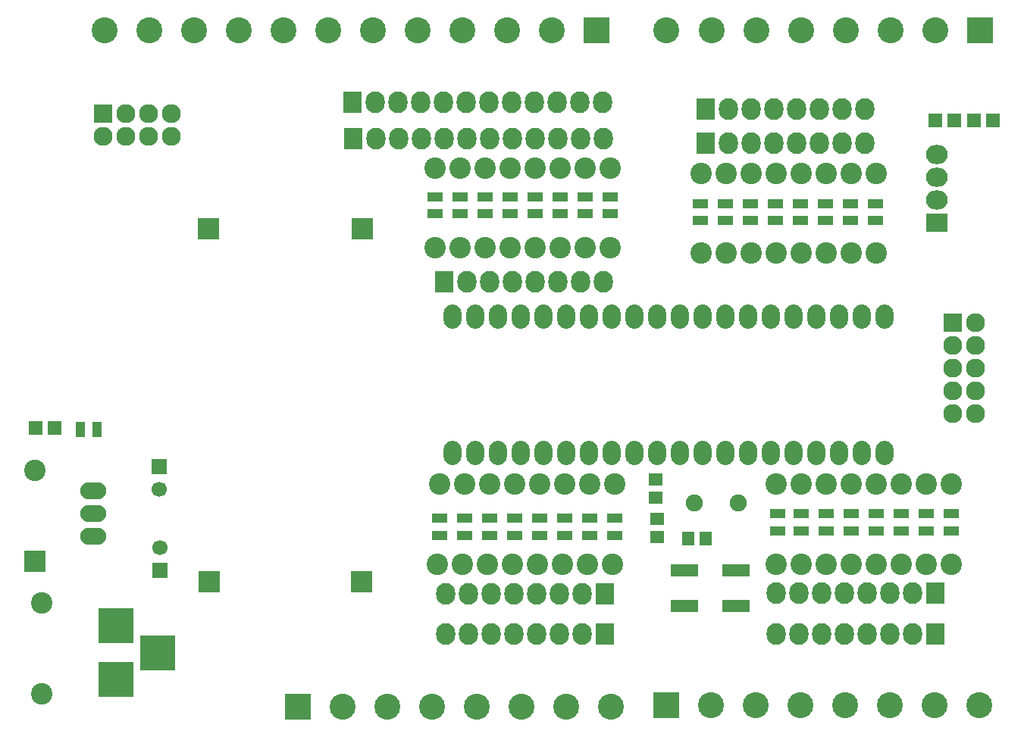
<source format=gbr>
G04 #@! TF.FileFunction,Soldermask,Top*
%FSLAX46Y46*%
G04 Gerber Fmt 4.6, Leading zero omitted, Abs format (unit mm)*
G04 Created by KiCad (PCBNEW 201611211049+7371~55~ubuntu16.10.1-product) date Tue Dec 27 15:06:12 2016*
%MOMM*%
%LPD*%
G01*
G04 APERTURE LIST*
%ADD10C,0.100000*%
%ADD11R,1.700000X1.700000*%
%ADD12C,1.700000*%
%ADD13R,3.900120X3.900120*%
%ADD14R,2.127200X2.127200*%
%ADD15O,2.127200X2.127200*%
%ADD16C,2.398980*%
%ADD17R,2.398980X2.398980*%
%ADD18O,2.000000X2.700000*%
%ADD19R,3.150000X1.400000*%
%ADD20O,2.899360X1.901140*%
%ADD21C,1.901140*%
%ADD22R,1.650000X1.400000*%
%ADD23R,1.400000X1.650000*%
%ADD24R,1.598880X1.598880*%
%ADD25R,1.100000X1.700000*%
%ADD26R,1.700000X1.100000*%
%ADD27C,2.900000*%
%ADD28R,2.900000X2.900000*%
%ADD29R,2.127200X2.432000*%
%ADD30O,2.127200X2.432000*%
%ADD31R,2.432000X2.127200*%
%ADD32O,2.432000X2.127200*%
G04 APERTURE END LIST*
D10*
D11*
X109474000Y-105156000D03*
D12*
X109474000Y-102656000D03*
D11*
X109347000Y-93599000D03*
D12*
X109347000Y-96099000D03*
D13*
X104521000Y-111401860D03*
X104521000Y-117401340D03*
X109220000Y-114401600D03*
D14*
X197993000Y-77470000D03*
D15*
X200533000Y-77470000D03*
X197993000Y-80010000D03*
X200533000Y-80010000D03*
X197993000Y-82550000D03*
X200533000Y-82550000D03*
X197993000Y-85090000D03*
X200533000Y-85090000D03*
X197993000Y-87630000D03*
X200533000Y-87630000D03*
D16*
X95501460Y-93980000D03*
D17*
X95501460Y-104140000D03*
D16*
X96266000Y-118999000D03*
X96266000Y-108839000D03*
D18*
X142113000Y-92075000D03*
X144653000Y-92075000D03*
X147193000Y-92075000D03*
X149733000Y-92075000D03*
X152273000Y-92075000D03*
X154813000Y-92075000D03*
X157353000Y-92075000D03*
X159893000Y-92075000D03*
X162433000Y-92075000D03*
X164973000Y-92075000D03*
X167513000Y-92075000D03*
X170053000Y-92075000D03*
X172593000Y-92075000D03*
X175133000Y-92075000D03*
X177673000Y-92075000D03*
X180213000Y-92075000D03*
X182753000Y-92075000D03*
X185293000Y-92075000D03*
X187833000Y-92075000D03*
X190373000Y-92075000D03*
X190373000Y-76835000D03*
X187833000Y-76835000D03*
X185293000Y-76835000D03*
X182753000Y-76835000D03*
X180213000Y-76835000D03*
X177673000Y-76835000D03*
X175133000Y-76835000D03*
X172593000Y-76835000D03*
X170053000Y-76835000D03*
X167513000Y-76835000D03*
X164973000Y-76835000D03*
X162433000Y-76835000D03*
X159893000Y-76835000D03*
X157353000Y-76835000D03*
X154813000Y-76835000D03*
X152273000Y-76835000D03*
X149733000Y-76835000D03*
X147193000Y-76835000D03*
X144653000Y-76835000D03*
X142113000Y-76835000D03*
D17*
X114919000Y-106489500D03*
X131969000Y-106489500D03*
X114871500Y-66992500D03*
X132016500Y-66992500D03*
D19*
X168067000Y-105188000D03*
X173817000Y-105188000D03*
X173817000Y-109188000D03*
X168067000Y-109188000D03*
D20*
X101981000Y-98806000D03*
X101981000Y-101346000D03*
X101981000Y-96266000D03*
D21*
X169136060Y-97663000D03*
X174017940Y-97663000D03*
D22*
X164973000Y-101457000D03*
X164973000Y-99457000D03*
D23*
X168418000Y-101600000D03*
X170418000Y-101600000D03*
D22*
X164846000Y-95012000D03*
X164846000Y-97012000D03*
D24*
X95597980Y-89281000D03*
X97696020Y-89281000D03*
D14*
X103124000Y-54102000D03*
D15*
X103124000Y-56642000D03*
X105664000Y-54102000D03*
X105664000Y-56642000D03*
X108204000Y-54102000D03*
X108204000Y-56642000D03*
X110744000Y-54102000D03*
X110744000Y-56642000D03*
D25*
X100523000Y-89408000D03*
X102423000Y-89408000D03*
D26*
X178435000Y-98872000D03*
X178435000Y-100772000D03*
X181102000Y-98872000D03*
X181102000Y-100772000D03*
X183896000Y-98872000D03*
X183896000Y-100772000D03*
X186690000Y-98872000D03*
X186690000Y-100772000D03*
X189484000Y-98872000D03*
X189484000Y-100772000D03*
X192278000Y-98872000D03*
X192278000Y-100772000D03*
X195072000Y-98872000D03*
X195072000Y-100772000D03*
X197866000Y-98872000D03*
X197866000Y-100772000D03*
X140208000Y-65339000D03*
X140208000Y-63439000D03*
X143002000Y-65339000D03*
X143002000Y-63439000D03*
X145796000Y-65339000D03*
X145796000Y-63439000D03*
X148590000Y-65339000D03*
X148590000Y-63439000D03*
X151384000Y-65339000D03*
X151384000Y-63439000D03*
X154178000Y-65339000D03*
X154178000Y-63439000D03*
X156972000Y-65339000D03*
X156972000Y-63439000D03*
X159766000Y-65339000D03*
X159766000Y-63439000D03*
X140716000Y-99380000D03*
X140716000Y-101280000D03*
X143510000Y-99380000D03*
X143510000Y-101280000D03*
X146304000Y-99380000D03*
X146304000Y-101280000D03*
X149098000Y-99380000D03*
X149098000Y-101280000D03*
X151892000Y-99380000D03*
X151892000Y-101280000D03*
X154686000Y-99380000D03*
X154686000Y-101280000D03*
X157480000Y-99380000D03*
X157480000Y-101280000D03*
X160274000Y-99380000D03*
X160274000Y-101280000D03*
X169799000Y-66101000D03*
X169799000Y-64201000D03*
X189357000Y-66101000D03*
X189357000Y-64201000D03*
X186563000Y-66101000D03*
X186563000Y-64201000D03*
X183769000Y-66101000D03*
X183769000Y-64201000D03*
X180975000Y-66101000D03*
X180975000Y-64201000D03*
X178181000Y-66101000D03*
X178181000Y-64201000D03*
X175387000Y-66101000D03*
X175387000Y-64201000D03*
X172593000Y-66101000D03*
X172593000Y-64201000D03*
D16*
X140208000Y-69088000D03*
X143002000Y-69088000D03*
X140716000Y-95504000D03*
X189484000Y-69723000D03*
X145796000Y-69088000D03*
X143510000Y-95504000D03*
X186690000Y-69723000D03*
X178308000Y-95504000D03*
X148590000Y-69088000D03*
X146304000Y-95504000D03*
X183896000Y-69723000D03*
X181102000Y-95504000D03*
X151384000Y-69088000D03*
X149098000Y-95504000D03*
X181102000Y-69723000D03*
X183896000Y-95504000D03*
X154178000Y-69088000D03*
X151892000Y-95504000D03*
X178308000Y-69723000D03*
X186690000Y-95504000D03*
X156972000Y-69088000D03*
X154686000Y-95504000D03*
X175514000Y-69723000D03*
X189484000Y-95504000D03*
X159766000Y-69088000D03*
X157480000Y-95504000D03*
X172720000Y-69723000D03*
X192278000Y-95504000D03*
X160274000Y-95504000D03*
X169926000Y-69723000D03*
X195072000Y-95504000D03*
X197866000Y-95504000D03*
X140208000Y-60198000D03*
X140462000Y-104521000D03*
X189484000Y-60833000D03*
X178308000Y-104521000D03*
X143002000Y-60198000D03*
X143256000Y-104521000D03*
X186690000Y-60833000D03*
X181102000Y-104521000D03*
X145796000Y-60198000D03*
X146050000Y-104521000D03*
X183896000Y-60833000D03*
X183896000Y-104521000D03*
X148590000Y-60198000D03*
X148844000Y-104521000D03*
X181102000Y-60833000D03*
X186690000Y-104521000D03*
X151384000Y-60198000D03*
X151638000Y-104521000D03*
X178308000Y-60833000D03*
X189484000Y-104521000D03*
X154178000Y-60198000D03*
X154432000Y-104521000D03*
X175514000Y-60833000D03*
X192278000Y-104521000D03*
X156972000Y-60198000D03*
X157226000Y-104521000D03*
X172720000Y-60833000D03*
X195072000Y-104521000D03*
X159766000Y-60198000D03*
X160020000Y-104521000D03*
X169926000Y-60833000D03*
X197866000Y-104521000D03*
D27*
X196041000Y-44831000D03*
D28*
X201041000Y-44831000D03*
D27*
X191041000Y-44831000D03*
X186041000Y-44831000D03*
X181041000Y-44831000D03*
X176041000Y-44831000D03*
X171041000Y-44831000D03*
X166041000Y-44831000D03*
X200989000Y-120269000D03*
X195989000Y-120269000D03*
X190989000Y-120269000D03*
X185989000Y-120269000D03*
X180989000Y-120269000D03*
X175989000Y-120269000D03*
D28*
X165989000Y-120269000D03*
D27*
X170989000Y-120269000D03*
X103242000Y-44831000D03*
X108242000Y-44831000D03*
X113242000Y-44831000D03*
X118242000Y-44831000D03*
X123242000Y-44831000D03*
X128242000Y-44831000D03*
X133242000Y-44831000D03*
X138242000Y-44831000D03*
X143242000Y-44831000D03*
X148242000Y-44831000D03*
D28*
X158242000Y-44831000D03*
D27*
X153242000Y-44831000D03*
X159841000Y-120396000D03*
X154841000Y-120396000D03*
X149841000Y-120396000D03*
X144841000Y-120396000D03*
X139841000Y-120396000D03*
X134841000Y-120396000D03*
D28*
X124841000Y-120396000D03*
D27*
X129841000Y-120396000D03*
D29*
X159131000Y-107823000D03*
D30*
X156591000Y-107823000D03*
X154051000Y-107823000D03*
X151511000Y-107823000D03*
X148971000Y-107823000D03*
X146431000Y-107823000D03*
X143891000Y-107823000D03*
X141351000Y-107823000D03*
D29*
X131064000Y-56896000D03*
D30*
X133604000Y-56896000D03*
X136144000Y-56896000D03*
X138684000Y-56896000D03*
X141224000Y-56896000D03*
X143764000Y-56896000D03*
X146304000Y-56896000D03*
X148844000Y-56896000D03*
X151384000Y-56896000D03*
X153924000Y-56896000D03*
X156464000Y-56896000D03*
X159004000Y-56896000D03*
X188214000Y-57404000D03*
X185674000Y-57404000D03*
X183134000Y-57404000D03*
X180594000Y-57404000D03*
X178054000Y-57404000D03*
X175514000Y-57404000D03*
X172974000Y-57404000D03*
D29*
X170434000Y-57404000D03*
X196088000Y-107696000D03*
D30*
X193548000Y-107696000D03*
X191008000Y-107696000D03*
X188468000Y-107696000D03*
X185928000Y-107696000D03*
X183388000Y-107696000D03*
X180848000Y-107696000D03*
X178308000Y-107696000D03*
D29*
X130937000Y-52832000D03*
D30*
X133477000Y-52832000D03*
X136017000Y-52832000D03*
X138557000Y-52832000D03*
X141097000Y-52832000D03*
X143637000Y-52832000D03*
X146177000Y-52832000D03*
X148717000Y-52832000D03*
X151257000Y-52832000D03*
X153797000Y-52832000D03*
X156337000Y-52832000D03*
X158877000Y-52832000D03*
D29*
X159131000Y-112268000D03*
D30*
X156591000Y-112268000D03*
X154051000Y-112268000D03*
X151511000Y-112268000D03*
X148971000Y-112268000D03*
X146431000Y-112268000D03*
X143891000Y-112268000D03*
X141351000Y-112268000D03*
X188214000Y-53594000D03*
X185674000Y-53594000D03*
X183134000Y-53594000D03*
X180594000Y-53594000D03*
X178054000Y-53594000D03*
X175514000Y-53594000D03*
X172974000Y-53594000D03*
D29*
X170434000Y-53594000D03*
X196088000Y-112268000D03*
D30*
X193548000Y-112268000D03*
X191008000Y-112268000D03*
X188468000Y-112268000D03*
X185928000Y-112268000D03*
X183388000Y-112268000D03*
X180848000Y-112268000D03*
X178308000Y-112268000D03*
D29*
X141224000Y-72898000D03*
D30*
X143764000Y-72898000D03*
X146304000Y-72898000D03*
X148844000Y-72898000D03*
X151384000Y-72898000D03*
X153924000Y-72898000D03*
X156464000Y-72898000D03*
X159004000Y-72898000D03*
D31*
X196215000Y-66294000D03*
D32*
X196215000Y-63754000D03*
X196215000Y-61214000D03*
X196215000Y-58674000D03*
D24*
X198153020Y-54864000D03*
X196054980Y-54864000D03*
X200372980Y-54864000D03*
X202471020Y-54864000D03*
M02*

</source>
